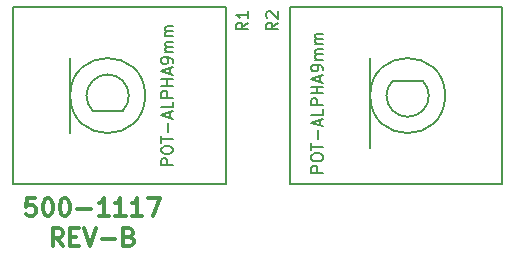
<source format=gbr>
G04 #@! TF.GenerationSoftware,KiCad,Pcbnew,(5.0.2)-1*
G04 #@! TF.CreationDate,2019-01-01T19:01:33-08:00*
G04 #@! TF.ProjectId,500-1117,3530302d-3131-4313-972e-6b696361645f,A*
G04 #@! TF.SameCoordinates,Original*
G04 #@! TF.FileFunction,Legend,Top*
G04 #@! TF.FilePolarity,Positive*
%FSLAX46Y46*%
G04 Gerber Fmt 4.6, Leading zero omitted, Abs format (unit mm)*
G04 Created by KiCad (PCBNEW (5.0.2)-1) date 1/1/2019 7:01:33 PM*
%MOMM*%
%LPD*%
G01*
G04 APERTURE LIST*
%ADD10C,0.300000*%
%ADD11C,0.200000*%
%ADD12C,0.150000*%
G04 APERTURE END LIST*
D10*
X108172857Y-117918571D02*
X107458571Y-117918571D01*
X107387142Y-118632857D01*
X107458571Y-118561428D01*
X107601428Y-118490000D01*
X107958571Y-118490000D01*
X108101428Y-118561428D01*
X108172857Y-118632857D01*
X108244285Y-118775714D01*
X108244285Y-119132857D01*
X108172857Y-119275714D01*
X108101428Y-119347142D01*
X107958571Y-119418571D01*
X107601428Y-119418571D01*
X107458571Y-119347142D01*
X107387142Y-119275714D01*
X109172857Y-117918571D02*
X109315714Y-117918571D01*
X109458571Y-117990000D01*
X109530000Y-118061428D01*
X109601428Y-118204285D01*
X109672857Y-118490000D01*
X109672857Y-118847142D01*
X109601428Y-119132857D01*
X109530000Y-119275714D01*
X109458571Y-119347142D01*
X109315714Y-119418571D01*
X109172857Y-119418571D01*
X109030000Y-119347142D01*
X108958571Y-119275714D01*
X108887142Y-119132857D01*
X108815714Y-118847142D01*
X108815714Y-118490000D01*
X108887142Y-118204285D01*
X108958571Y-118061428D01*
X109030000Y-117990000D01*
X109172857Y-117918571D01*
X110601428Y-117918571D02*
X110744285Y-117918571D01*
X110887142Y-117990000D01*
X110958571Y-118061428D01*
X111030000Y-118204285D01*
X111101428Y-118490000D01*
X111101428Y-118847142D01*
X111030000Y-119132857D01*
X110958571Y-119275714D01*
X110887142Y-119347142D01*
X110744285Y-119418571D01*
X110601428Y-119418571D01*
X110458571Y-119347142D01*
X110387142Y-119275714D01*
X110315714Y-119132857D01*
X110244285Y-118847142D01*
X110244285Y-118490000D01*
X110315714Y-118204285D01*
X110387142Y-118061428D01*
X110458571Y-117990000D01*
X110601428Y-117918571D01*
X111744285Y-118847142D02*
X112887142Y-118847142D01*
X114387142Y-119418571D02*
X113530000Y-119418571D01*
X113958571Y-119418571D02*
X113958571Y-117918571D01*
X113815714Y-118132857D01*
X113672857Y-118275714D01*
X113530000Y-118347142D01*
X115815714Y-119418571D02*
X114958571Y-119418571D01*
X115387142Y-119418571D02*
X115387142Y-117918571D01*
X115244285Y-118132857D01*
X115101428Y-118275714D01*
X114958571Y-118347142D01*
X117244285Y-119418571D02*
X116387142Y-119418571D01*
X116815714Y-119418571D02*
X116815714Y-117918571D01*
X116672857Y-118132857D01*
X116530000Y-118275714D01*
X116387142Y-118347142D01*
X117744285Y-117918571D02*
X118744285Y-117918571D01*
X118101428Y-119418571D01*
X110494285Y-121968571D02*
X109994285Y-121254285D01*
X109637142Y-121968571D02*
X109637142Y-120468571D01*
X110208571Y-120468571D01*
X110351428Y-120540000D01*
X110422857Y-120611428D01*
X110494285Y-120754285D01*
X110494285Y-120968571D01*
X110422857Y-121111428D01*
X110351428Y-121182857D01*
X110208571Y-121254285D01*
X109637142Y-121254285D01*
X111137142Y-121182857D02*
X111637142Y-121182857D01*
X111851428Y-121968571D02*
X111137142Y-121968571D01*
X111137142Y-120468571D01*
X111851428Y-120468571D01*
X112280000Y-120468571D02*
X112780000Y-121968571D01*
X113280000Y-120468571D01*
X113780000Y-121397142D02*
X114922857Y-121397142D01*
X116137142Y-121182857D02*
X116351428Y-121254285D01*
X116422857Y-121325714D01*
X116494285Y-121468571D01*
X116494285Y-121682857D01*
X116422857Y-121825714D01*
X116351428Y-121897142D01*
X116208571Y-121968571D01*
X115637142Y-121968571D01*
X115637142Y-120468571D01*
X116137142Y-120468571D01*
X116280000Y-120540000D01*
X116351428Y-120611428D01*
X116422857Y-120754285D01*
X116422857Y-120897142D01*
X116351428Y-121040000D01*
X116280000Y-121111428D01*
X116137142Y-121182857D01*
X115637142Y-121182857D01*
D11*
X136525000Y-113665000D02*
X136525000Y-106045000D01*
X111125000Y-106045000D02*
X111125000Y-112395000D01*
D12*
G04 #@! TO.C,R1*
X115570000Y-110490000D02*
G75*
G03X115570000Y-107950000I-1270000J1270000D01*
G01*
X115570000Y-107950000D02*
G75*
G03X113030000Y-107950000I-1270000J-1270000D01*
G01*
X113030000Y-107950000D02*
G75*
G03X113030000Y-110490000I1270000J-1270000D01*
G01*
X113030000Y-110490000D02*
X115570000Y-110490000D01*
X117475000Y-109220000D02*
G75*
G03X117475000Y-109220000I-3175000J0D01*
G01*
X124300000Y-116720000D02*
X124300000Y-101720000D01*
X124300000Y-101720000D02*
X106300000Y-101720000D01*
X106300000Y-101720000D02*
X106300000Y-116720000D01*
X106300000Y-116720000D02*
X124300000Y-116720000D01*
G04 #@! TO.C,R2*
X138430000Y-107950000D02*
G75*
G03X138430000Y-110490000I1270000J-1270000D01*
G01*
X138430000Y-110490000D02*
G75*
G03X140970000Y-110490000I1270000J1270000D01*
G01*
X140970000Y-110490000D02*
G75*
G03X140970000Y-107950000I-1270000J1270000D01*
G01*
X140970000Y-107950000D02*
X138430000Y-107950000D01*
X142875000Y-109220000D02*
G75*
G03X142875000Y-109220000I-3175000J0D01*
G01*
X129700000Y-101720000D02*
X129700000Y-116720000D01*
X129700000Y-116720000D02*
X147700000Y-116720000D01*
X147700000Y-116720000D02*
X147700000Y-101720000D01*
X147700000Y-101720000D02*
X129700000Y-101720000D01*
G04 #@! TO.C,R1*
X126182380Y-103036666D02*
X125706190Y-103370000D01*
X126182380Y-103608095D02*
X125182380Y-103608095D01*
X125182380Y-103227142D01*
X125230000Y-103131904D01*
X125277619Y-103084285D01*
X125372857Y-103036666D01*
X125515714Y-103036666D01*
X125610952Y-103084285D01*
X125658571Y-103131904D01*
X125706190Y-103227142D01*
X125706190Y-103608095D01*
X126182380Y-102084285D02*
X126182380Y-102655714D01*
X126182380Y-102370000D02*
X125182380Y-102370000D01*
X125325238Y-102465238D01*
X125420476Y-102560476D01*
X125468095Y-102655714D01*
X119832380Y-115100952D02*
X118832380Y-115100952D01*
X118832380Y-114720000D01*
X118880000Y-114624761D01*
X118927619Y-114577142D01*
X119022857Y-114529523D01*
X119165714Y-114529523D01*
X119260952Y-114577142D01*
X119308571Y-114624761D01*
X119356190Y-114720000D01*
X119356190Y-115100952D01*
X118832380Y-113910476D02*
X118832380Y-113720000D01*
X118880000Y-113624761D01*
X118975238Y-113529523D01*
X119165714Y-113481904D01*
X119499047Y-113481904D01*
X119689523Y-113529523D01*
X119784761Y-113624761D01*
X119832380Y-113720000D01*
X119832380Y-113910476D01*
X119784761Y-114005714D01*
X119689523Y-114100952D01*
X119499047Y-114148571D01*
X119165714Y-114148571D01*
X118975238Y-114100952D01*
X118880000Y-114005714D01*
X118832380Y-113910476D01*
X118832380Y-113196190D02*
X118832380Y-112624761D01*
X119832380Y-112910476D02*
X118832380Y-112910476D01*
X119451428Y-112291428D02*
X119451428Y-111529523D01*
X119546666Y-111100952D02*
X119546666Y-110624761D01*
X119832380Y-111196190D02*
X118832380Y-110862857D01*
X119832380Y-110529523D01*
X119832380Y-109720000D02*
X119832380Y-110196190D01*
X118832380Y-110196190D01*
X119832380Y-109386666D02*
X118832380Y-109386666D01*
X118832380Y-109005714D01*
X118880000Y-108910476D01*
X118927619Y-108862857D01*
X119022857Y-108815238D01*
X119165714Y-108815238D01*
X119260952Y-108862857D01*
X119308571Y-108910476D01*
X119356190Y-109005714D01*
X119356190Y-109386666D01*
X119832380Y-108386666D02*
X118832380Y-108386666D01*
X119308571Y-108386666D02*
X119308571Y-107815238D01*
X119832380Y-107815238D02*
X118832380Y-107815238D01*
X119546666Y-107386666D02*
X119546666Y-106910476D01*
X119832380Y-107481904D02*
X118832380Y-107148571D01*
X119832380Y-106815238D01*
X119832380Y-106434285D02*
X119832380Y-106243809D01*
X119784761Y-106148571D01*
X119737142Y-106100952D01*
X119594285Y-106005714D01*
X119403809Y-105958095D01*
X119022857Y-105958095D01*
X118927619Y-106005714D01*
X118880000Y-106053333D01*
X118832380Y-106148571D01*
X118832380Y-106339047D01*
X118880000Y-106434285D01*
X118927619Y-106481904D01*
X119022857Y-106529523D01*
X119260952Y-106529523D01*
X119356190Y-106481904D01*
X119403809Y-106434285D01*
X119451428Y-106339047D01*
X119451428Y-106148571D01*
X119403809Y-106053333D01*
X119356190Y-106005714D01*
X119260952Y-105958095D01*
X119832380Y-105529523D02*
X119165714Y-105529523D01*
X119260952Y-105529523D02*
X119213333Y-105481904D01*
X119165714Y-105386666D01*
X119165714Y-105243809D01*
X119213333Y-105148571D01*
X119308571Y-105100952D01*
X119832380Y-105100952D01*
X119308571Y-105100952D02*
X119213333Y-105053333D01*
X119165714Y-104958095D01*
X119165714Y-104815238D01*
X119213333Y-104720000D01*
X119308571Y-104672380D01*
X119832380Y-104672380D01*
X119832380Y-104196190D02*
X119165714Y-104196190D01*
X119260952Y-104196190D02*
X119213333Y-104148571D01*
X119165714Y-104053333D01*
X119165714Y-103910476D01*
X119213333Y-103815238D01*
X119308571Y-103767619D01*
X119832380Y-103767619D01*
X119308571Y-103767619D02*
X119213333Y-103720000D01*
X119165714Y-103624761D01*
X119165714Y-103481904D01*
X119213333Y-103386666D01*
X119308571Y-103339047D01*
X119832380Y-103339047D01*
G04 #@! TO.C,R2*
X128722380Y-103036666D02*
X128246190Y-103370000D01*
X128722380Y-103608095D02*
X127722380Y-103608095D01*
X127722380Y-103227142D01*
X127770000Y-103131904D01*
X127817619Y-103084285D01*
X127912857Y-103036666D01*
X128055714Y-103036666D01*
X128150952Y-103084285D01*
X128198571Y-103131904D01*
X128246190Y-103227142D01*
X128246190Y-103608095D01*
X127817619Y-102655714D02*
X127770000Y-102608095D01*
X127722380Y-102512857D01*
X127722380Y-102274761D01*
X127770000Y-102179523D01*
X127817619Y-102131904D01*
X127912857Y-102084285D01*
X128008095Y-102084285D01*
X128150952Y-102131904D01*
X128722380Y-102703333D01*
X128722380Y-102084285D01*
X132532380Y-115735952D02*
X131532380Y-115735952D01*
X131532380Y-115355000D01*
X131580000Y-115259761D01*
X131627619Y-115212142D01*
X131722857Y-115164523D01*
X131865714Y-115164523D01*
X131960952Y-115212142D01*
X132008571Y-115259761D01*
X132056190Y-115355000D01*
X132056190Y-115735952D01*
X131532380Y-114545476D02*
X131532380Y-114355000D01*
X131580000Y-114259761D01*
X131675238Y-114164523D01*
X131865714Y-114116904D01*
X132199047Y-114116904D01*
X132389523Y-114164523D01*
X132484761Y-114259761D01*
X132532380Y-114355000D01*
X132532380Y-114545476D01*
X132484761Y-114640714D01*
X132389523Y-114735952D01*
X132199047Y-114783571D01*
X131865714Y-114783571D01*
X131675238Y-114735952D01*
X131580000Y-114640714D01*
X131532380Y-114545476D01*
X131532380Y-113831190D02*
X131532380Y-113259761D01*
X132532380Y-113545476D02*
X131532380Y-113545476D01*
X132151428Y-112926428D02*
X132151428Y-112164523D01*
X132246666Y-111735952D02*
X132246666Y-111259761D01*
X132532380Y-111831190D02*
X131532380Y-111497857D01*
X132532380Y-111164523D01*
X132532380Y-110355000D02*
X132532380Y-110831190D01*
X131532380Y-110831190D01*
X132532380Y-110021666D02*
X131532380Y-110021666D01*
X131532380Y-109640714D01*
X131580000Y-109545476D01*
X131627619Y-109497857D01*
X131722857Y-109450238D01*
X131865714Y-109450238D01*
X131960952Y-109497857D01*
X132008571Y-109545476D01*
X132056190Y-109640714D01*
X132056190Y-110021666D01*
X132532380Y-109021666D02*
X131532380Y-109021666D01*
X132008571Y-109021666D02*
X132008571Y-108450238D01*
X132532380Y-108450238D02*
X131532380Y-108450238D01*
X132246666Y-108021666D02*
X132246666Y-107545476D01*
X132532380Y-108116904D02*
X131532380Y-107783571D01*
X132532380Y-107450238D01*
X132532380Y-107069285D02*
X132532380Y-106878809D01*
X132484761Y-106783571D01*
X132437142Y-106735952D01*
X132294285Y-106640714D01*
X132103809Y-106593095D01*
X131722857Y-106593095D01*
X131627619Y-106640714D01*
X131580000Y-106688333D01*
X131532380Y-106783571D01*
X131532380Y-106974047D01*
X131580000Y-107069285D01*
X131627619Y-107116904D01*
X131722857Y-107164523D01*
X131960952Y-107164523D01*
X132056190Y-107116904D01*
X132103809Y-107069285D01*
X132151428Y-106974047D01*
X132151428Y-106783571D01*
X132103809Y-106688333D01*
X132056190Y-106640714D01*
X131960952Y-106593095D01*
X132532380Y-106164523D02*
X131865714Y-106164523D01*
X131960952Y-106164523D02*
X131913333Y-106116904D01*
X131865714Y-106021666D01*
X131865714Y-105878809D01*
X131913333Y-105783571D01*
X132008571Y-105735952D01*
X132532380Y-105735952D01*
X132008571Y-105735952D02*
X131913333Y-105688333D01*
X131865714Y-105593095D01*
X131865714Y-105450238D01*
X131913333Y-105355000D01*
X132008571Y-105307380D01*
X132532380Y-105307380D01*
X132532380Y-104831190D02*
X131865714Y-104831190D01*
X131960952Y-104831190D02*
X131913333Y-104783571D01*
X131865714Y-104688333D01*
X131865714Y-104545476D01*
X131913333Y-104450238D01*
X132008571Y-104402619D01*
X132532380Y-104402619D01*
X132008571Y-104402619D02*
X131913333Y-104355000D01*
X131865714Y-104259761D01*
X131865714Y-104116904D01*
X131913333Y-104021666D01*
X132008571Y-103974047D01*
X132532380Y-103974047D01*
G04 #@! TD*
M02*

</source>
